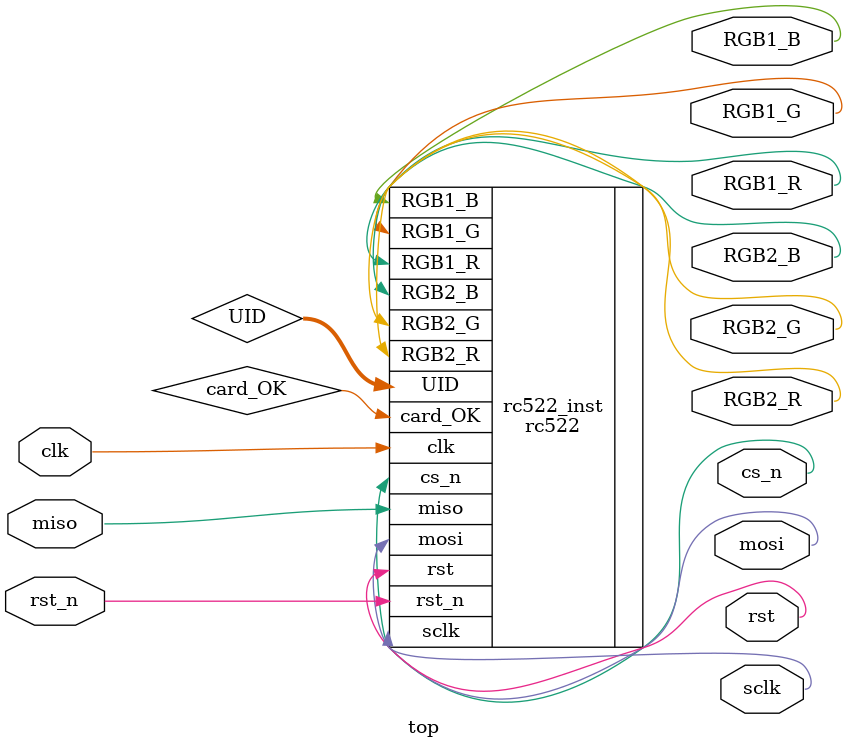
<source format=v>
module top(
    input       clk,
    input       rst_n,
    input       miso,
    output      sclk,
    output      mosi,
    output      cs_n,
    output      rst,
    output      RGB1_B,
    output      RGB1_G,
    output      RGB1_R,
    output      RGB2_B,
    output      RGB2_G,
    output      RGB2_R
);

    wire        card_OK;
    wire [31:0] UID;

    rc522 rc522_inst(
        .clk            (clk),
        .rst_n          (rst_n),
        .miso           (miso),
        .sclk           (sclk),
        .mosi           (mosi),
        .cs_n           (cs_n),
        .rst            (rst),
        .UID            (UID),
        .card_OK        (card_OK),
        .RGB1_B         (RGB1_B),
        .RGB1_G         (RGB1_G),
        .RGB1_R         (RGB1_R),
        .RGB2_B         (RGB2_B),
        .RGB2_G         (RGB2_G),
        .RGB2_R         (RGB2_R)
    );

endmodule

</source>
